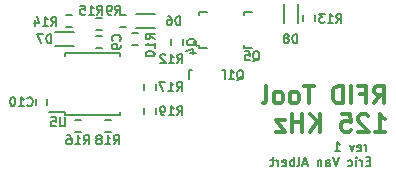
<source format=gbo>
G04 #@! TF.FileFunction,Legend,Bot*
%FSLAX46Y46*%
G04 Gerber Fmt 4.6, Leading zero omitted, Abs format (unit mm)*
G04 Created by KiCad (PCBNEW 4.0.2-stable) date Sun 10 Apr 2016 09:46:26 PM EDT*
%MOMM*%
G01*
G04 APERTURE LIST*
%ADD10C,0.150000*%
%ADD11C,0.130000*%
%ADD12C,0.300000*%
G04 APERTURE END LIST*
D10*
D11*
X217006714Y-149043571D02*
X216752714Y-149043571D01*
X216643857Y-149442714D02*
X217006714Y-149442714D01*
X217006714Y-148680714D01*
X216643857Y-148680714D01*
X216317285Y-149442714D02*
X216317285Y-148934714D01*
X216317285Y-149079857D02*
X216281000Y-149007286D01*
X216244714Y-148971000D01*
X216172143Y-148934714D01*
X216099571Y-148934714D01*
X215845571Y-149442714D02*
X215845571Y-148934714D01*
X215845571Y-148680714D02*
X215881857Y-148717000D01*
X215845571Y-148753286D01*
X215809286Y-148717000D01*
X215845571Y-148680714D01*
X215845571Y-148753286D01*
X215156143Y-149406429D02*
X215228714Y-149442714D01*
X215373857Y-149442714D01*
X215446429Y-149406429D01*
X215482714Y-149370143D01*
X215519000Y-149297571D01*
X215519000Y-149079857D01*
X215482714Y-149007286D01*
X215446429Y-148971000D01*
X215373857Y-148934714D01*
X215228714Y-148934714D01*
X215156143Y-148971000D01*
X214357858Y-148680714D02*
X214103858Y-149442714D01*
X213849858Y-148680714D01*
X213269286Y-149442714D02*
X213269286Y-149043571D01*
X213305572Y-148971000D01*
X213378143Y-148934714D01*
X213523286Y-148934714D01*
X213595857Y-148971000D01*
X213269286Y-149406429D02*
X213341857Y-149442714D01*
X213523286Y-149442714D01*
X213595857Y-149406429D01*
X213632143Y-149333857D01*
X213632143Y-149261286D01*
X213595857Y-149188714D01*
X213523286Y-149152429D01*
X213341857Y-149152429D01*
X213269286Y-149116143D01*
X212906428Y-148934714D02*
X212906428Y-149442714D01*
X212906428Y-149007286D02*
X212870143Y-148971000D01*
X212797571Y-148934714D01*
X212688714Y-148934714D01*
X212616143Y-148971000D01*
X212579857Y-149043571D01*
X212579857Y-149442714D01*
X211672714Y-149225000D02*
X211309857Y-149225000D01*
X211745286Y-149442714D02*
X211491286Y-148680714D01*
X211237286Y-149442714D01*
X210874428Y-149442714D02*
X210947000Y-149406429D01*
X210983285Y-149333857D01*
X210983285Y-148680714D01*
X210584142Y-149442714D02*
X210584142Y-148680714D01*
X210584142Y-148971000D02*
X210511571Y-148934714D01*
X210366428Y-148934714D01*
X210293857Y-148971000D01*
X210257571Y-149007286D01*
X210221285Y-149079857D01*
X210221285Y-149297571D01*
X210257571Y-149370143D01*
X210293857Y-149406429D01*
X210366428Y-149442714D01*
X210511571Y-149442714D01*
X210584142Y-149406429D01*
X209604428Y-149406429D02*
X209676999Y-149442714D01*
X209822142Y-149442714D01*
X209894713Y-149406429D01*
X209930999Y-149333857D01*
X209930999Y-149043571D01*
X209894713Y-148971000D01*
X209822142Y-148934714D01*
X209676999Y-148934714D01*
X209604428Y-148971000D01*
X209568142Y-149043571D01*
X209568142Y-149116143D01*
X209930999Y-149188714D01*
X209241570Y-149442714D02*
X209241570Y-148934714D01*
X209241570Y-149079857D02*
X209205285Y-149007286D01*
X209168999Y-148971000D01*
X209096428Y-148934714D01*
X209023856Y-148934714D01*
X208878714Y-148934714D02*
X208588428Y-148934714D01*
X208769856Y-148680714D02*
X208769856Y-149333857D01*
X208733571Y-149406429D01*
X208660999Y-149442714D01*
X208588428Y-149442714D01*
X216716427Y-148172714D02*
X216716427Y-147664714D01*
X216716427Y-147809857D02*
X216680142Y-147737286D01*
X216643856Y-147701000D01*
X216571285Y-147664714D01*
X216498713Y-147664714D01*
X215954428Y-148136429D02*
X216026999Y-148172714D01*
X216172142Y-148172714D01*
X216244713Y-148136429D01*
X216280999Y-148063857D01*
X216280999Y-147773571D01*
X216244713Y-147701000D01*
X216172142Y-147664714D01*
X216026999Y-147664714D01*
X215954428Y-147701000D01*
X215918142Y-147773571D01*
X215918142Y-147846143D01*
X216280999Y-147918714D01*
X215664142Y-147664714D02*
X215482713Y-148172714D01*
X215301285Y-147664714D01*
X214031286Y-148172714D02*
X214466714Y-148172714D01*
X214249000Y-148172714D02*
X214249000Y-147410714D01*
X214321571Y-147519571D01*
X214394143Y-147592143D01*
X214466714Y-147628429D01*
D12*
X217352714Y-144131571D02*
X217852714Y-143417286D01*
X218209857Y-144131571D02*
X218209857Y-142631571D01*
X217638429Y-142631571D01*
X217495571Y-142703000D01*
X217424143Y-142774429D01*
X217352714Y-142917286D01*
X217352714Y-143131571D01*
X217424143Y-143274429D01*
X217495571Y-143345857D01*
X217638429Y-143417286D01*
X218209857Y-143417286D01*
X216209857Y-143345857D02*
X216709857Y-143345857D01*
X216709857Y-144131571D02*
X216709857Y-142631571D01*
X215995571Y-142631571D01*
X215424143Y-144131571D02*
X215424143Y-142631571D01*
X214709857Y-144131571D02*
X214709857Y-142631571D01*
X214352714Y-142631571D01*
X214138429Y-142703000D01*
X213995571Y-142845857D01*
X213924143Y-142988714D01*
X213852714Y-143274429D01*
X213852714Y-143488714D01*
X213924143Y-143774429D01*
X213995571Y-143917286D01*
X214138429Y-144060143D01*
X214352714Y-144131571D01*
X214709857Y-144131571D01*
X212281286Y-142631571D02*
X211424143Y-142631571D01*
X211852714Y-144131571D02*
X211852714Y-142631571D01*
X210709857Y-144131571D02*
X210852715Y-144060143D01*
X210924143Y-143988714D01*
X210995572Y-143845857D01*
X210995572Y-143417286D01*
X210924143Y-143274429D01*
X210852715Y-143203000D01*
X210709857Y-143131571D01*
X210495572Y-143131571D01*
X210352715Y-143203000D01*
X210281286Y-143274429D01*
X210209857Y-143417286D01*
X210209857Y-143845857D01*
X210281286Y-143988714D01*
X210352715Y-144060143D01*
X210495572Y-144131571D01*
X210709857Y-144131571D01*
X209352714Y-144131571D02*
X209495572Y-144060143D01*
X209567000Y-143988714D01*
X209638429Y-143845857D01*
X209638429Y-143417286D01*
X209567000Y-143274429D01*
X209495572Y-143203000D01*
X209352714Y-143131571D01*
X209138429Y-143131571D01*
X208995572Y-143203000D01*
X208924143Y-143274429D01*
X208852714Y-143417286D01*
X208852714Y-143845857D01*
X208924143Y-143988714D01*
X208995572Y-144060143D01*
X209138429Y-144131571D01*
X209352714Y-144131571D01*
X207995571Y-144131571D02*
X208138429Y-144060143D01*
X208209857Y-143917286D01*
X208209857Y-142631571D01*
X217424143Y-146531571D02*
X218281286Y-146531571D01*
X217852714Y-146531571D02*
X217852714Y-145031571D01*
X217995571Y-145245857D01*
X218138429Y-145388714D01*
X218281286Y-145460143D01*
X216852715Y-145174429D02*
X216781286Y-145103000D01*
X216638429Y-145031571D01*
X216281286Y-145031571D01*
X216138429Y-145103000D01*
X216067000Y-145174429D01*
X215995572Y-145317286D01*
X215995572Y-145460143D01*
X216067000Y-145674429D01*
X216924143Y-146531571D01*
X215995572Y-146531571D01*
X214638429Y-145031571D02*
X215352715Y-145031571D01*
X215424144Y-145745857D01*
X215352715Y-145674429D01*
X215209858Y-145603000D01*
X214852715Y-145603000D01*
X214709858Y-145674429D01*
X214638429Y-145745857D01*
X214567001Y-145888714D01*
X214567001Y-146245857D01*
X214638429Y-146388714D01*
X214709858Y-146460143D01*
X214852715Y-146531571D01*
X215209858Y-146531571D01*
X215352715Y-146460143D01*
X215424144Y-146388714D01*
X212781287Y-146531571D02*
X212781287Y-145031571D01*
X211924144Y-146531571D02*
X212567001Y-145674429D01*
X211924144Y-145031571D02*
X212781287Y-145888714D01*
X211281287Y-146531571D02*
X211281287Y-145031571D01*
X211281287Y-145745857D02*
X210424144Y-145745857D01*
X210424144Y-146531571D02*
X210424144Y-145031571D01*
X209852715Y-145531571D02*
X209067001Y-145531571D01*
X209852715Y-146531571D01*
X209067001Y-146531571D01*
D10*
X191223000Y-145119000D02*
X191223000Y-144894000D01*
X195873000Y-145119000D02*
X195873000Y-144894000D01*
X195873000Y-139869000D02*
X195873000Y-140094000D01*
X191223000Y-139869000D02*
X191223000Y-140094000D01*
X191223000Y-145119000D02*
X195873000Y-145119000D01*
X191223000Y-139869000D02*
X195873000Y-139869000D01*
X191223000Y-144894000D02*
X189873000Y-144894000D01*
X193806000Y-138463000D02*
X194306000Y-138463000D01*
X194306000Y-139413000D02*
X193806000Y-139413000D01*
X188755000Y-144268000D02*
X188755000Y-143768000D01*
X189705000Y-143768000D02*
X189705000Y-144268000D01*
X201900840Y-141335760D02*
X201949100Y-141335760D01*
X204699820Y-142036800D02*
X204699820Y-141335760D01*
X204699820Y-141335760D02*
X204450900Y-141335760D01*
X201900840Y-141335760D02*
X201700180Y-141335760D01*
X201700180Y-141335760D02*
X201700180Y-142036800D01*
X202549760Y-139221160D02*
X202549760Y-139172900D01*
X203250800Y-136422180D02*
X202549760Y-136422180D01*
X202549760Y-136422180D02*
X202549760Y-136671100D01*
X202549760Y-139221160D02*
X202549760Y-139421820D01*
X202549760Y-139421820D02*
X203250800Y-139421820D01*
X206359760Y-139221160D02*
X206359760Y-139172900D01*
X207060800Y-136422180D02*
X206359760Y-136422180D01*
X206359760Y-136422180D02*
X206359760Y-136671100D01*
X206359760Y-139221160D02*
X206359760Y-139421820D01*
X206359760Y-139421820D02*
X207060800Y-139421820D01*
X195838000Y-136635000D02*
X196338000Y-136635000D01*
X196338000Y-137685000D02*
X195838000Y-137685000D01*
X197354000Y-139209000D02*
X196854000Y-139209000D01*
X196854000Y-138159000D02*
X197354000Y-138159000D01*
X201185000Y-138688000D02*
X201185000Y-139188000D01*
X200135000Y-139188000D02*
X200135000Y-138688000D01*
X211311000Y-137156000D02*
X211311000Y-136656000D01*
X212361000Y-136656000D02*
X212361000Y-137156000D01*
X191766000Y-137685000D02*
X191266000Y-137685000D01*
X191266000Y-136635000D02*
X191766000Y-136635000D01*
X193806000Y-136889000D02*
X194306000Y-136889000D01*
X194306000Y-137939000D02*
X193806000Y-137939000D01*
X192028000Y-145525000D02*
X192528000Y-145525000D01*
X192528000Y-146575000D02*
X192028000Y-146575000D01*
X198899000Y-142498000D02*
X198899000Y-142998000D01*
X197849000Y-142998000D02*
X197849000Y-142498000D01*
X195068000Y-146575000D02*
X194568000Y-146575000D01*
X194568000Y-145525000D02*
X195068000Y-145525000D01*
X197849000Y-145030000D02*
X197849000Y-144530000D01*
X198899000Y-144530000D02*
X198899000Y-145030000D01*
X198774000Y-137760000D02*
X197224000Y-137760000D01*
X198774000Y-136560000D02*
X197224000Y-136560000D01*
X191916000Y-139284000D02*
X190366000Y-139284000D01*
X191916000Y-138084000D02*
X190366000Y-138084000D01*
X209712000Y-137306000D02*
X209712000Y-135756000D01*
X210912000Y-137306000D02*
X210912000Y-135756000D01*
D11*
X191207571Y-145315214D02*
X191207571Y-145932071D01*
X191171286Y-146004643D01*
X191135000Y-146040929D01*
X191062429Y-146077214D01*
X190917286Y-146077214D01*
X190844714Y-146040929D01*
X190808429Y-146004643D01*
X190772143Y-145932071D01*
X190772143Y-145315214D01*
X190046428Y-145315214D02*
X190409285Y-145315214D01*
X190445571Y-145678071D01*
X190409285Y-145641786D01*
X190336714Y-145605500D01*
X190155285Y-145605500D01*
X190082714Y-145641786D01*
X190046428Y-145678071D01*
X190010143Y-145750643D01*
X190010143Y-145932071D01*
X190046428Y-146004643D01*
X190082714Y-146040929D01*
X190155285Y-146077214D01*
X190336714Y-146077214D01*
X190409285Y-146040929D01*
X190445571Y-146004643D01*
X195852143Y-138811000D02*
X195888429Y-138774714D01*
X195924714Y-138665857D01*
X195924714Y-138593286D01*
X195888429Y-138484429D01*
X195815857Y-138411857D01*
X195743286Y-138375572D01*
X195598143Y-138339286D01*
X195489286Y-138339286D01*
X195344143Y-138375572D01*
X195271571Y-138411857D01*
X195199000Y-138484429D01*
X195162714Y-138593286D01*
X195162714Y-138665857D01*
X195199000Y-138774714D01*
X195235286Y-138811000D01*
X195924714Y-139173857D02*
X195924714Y-139319000D01*
X195888429Y-139391572D01*
X195852143Y-139427857D01*
X195743286Y-139500429D01*
X195598143Y-139536714D01*
X195307857Y-139536714D01*
X195235286Y-139500429D01*
X195199000Y-139464143D01*
X195162714Y-139391572D01*
X195162714Y-139246429D01*
X195199000Y-139173857D01*
X195235286Y-139137572D01*
X195307857Y-139101286D01*
X195489286Y-139101286D01*
X195561857Y-139137572D01*
X195598143Y-139173857D01*
X195634429Y-139246429D01*
X195634429Y-139391572D01*
X195598143Y-139464143D01*
X195561857Y-139500429D01*
X195489286Y-139536714D01*
X188005357Y-144290143D02*
X188041643Y-144326429D01*
X188150500Y-144362714D01*
X188223071Y-144362714D01*
X188331928Y-144326429D01*
X188404500Y-144253857D01*
X188440785Y-144181286D01*
X188477071Y-144036143D01*
X188477071Y-143927286D01*
X188440785Y-143782143D01*
X188404500Y-143709571D01*
X188331928Y-143637000D01*
X188223071Y-143600714D01*
X188150500Y-143600714D01*
X188041643Y-143637000D01*
X188005357Y-143673286D01*
X187279643Y-144362714D02*
X187715071Y-144362714D01*
X187497357Y-144362714D02*
X187497357Y-143600714D01*
X187569928Y-143709571D01*
X187642500Y-143782143D01*
X187715071Y-143818429D01*
X186807929Y-143600714D02*
X186735357Y-143600714D01*
X186662786Y-143637000D01*
X186626500Y-143673286D01*
X186590214Y-143745857D01*
X186553929Y-143891000D01*
X186553929Y-144072429D01*
X186590214Y-144217571D01*
X186626500Y-144290143D01*
X186662786Y-144326429D01*
X186735357Y-144362714D01*
X186807929Y-144362714D01*
X186880500Y-144326429D01*
X186916786Y-144290143D01*
X186953071Y-144217571D01*
X186989357Y-144072429D01*
X186989357Y-143891000D01*
X186953071Y-143745857D01*
X186916786Y-143673286D01*
X186880500Y-143637000D01*
X186807929Y-143600714D01*
X205749071Y-142149286D02*
X205821643Y-142113000D01*
X205894214Y-142040429D01*
X206003071Y-141931571D01*
X206075643Y-141895286D01*
X206148214Y-141895286D01*
X206111929Y-142076714D02*
X206184500Y-142040429D01*
X206257071Y-141967857D01*
X206293357Y-141822714D01*
X206293357Y-141568714D01*
X206257071Y-141423571D01*
X206184500Y-141351000D01*
X206111929Y-141314714D01*
X205966786Y-141314714D01*
X205894214Y-141351000D01*
X205821643Y-141423571D01*
X205785357Y-141568714D01*
X205785357Y-141822714D01*
X205821643Y-141967857D01*
X205894214Y-142040429D01*
X205966786Y-142076714D01*
X206111929Y-142076714D01*
X205059643Y-142076714D02*
X205495071Y-142076714D01*
X205277357Y-142076714D02*
X205277357Y-141314714D01*
X205349928Y-141423571D01*
X205422500Y-141496143D01*
X205495071Y-141532429D01*
X202347286Y-139246429D02*
X202311000Y-139173857D01*
X202238429Y-139101286D01*
X202129571Y-138992429D01*
X202093286Y-138919857D01*
X202093286Y-138847286D01*
X202274714Y-138883571D02*
X202238429Y-138811000D01*
X202165857Y-138738429D01*
X202020714Y-138702143D01*
X201766714Y-138702143D01*
X201621571Y-138738429D01*
X201549000Y-138811000D01*
X201512714Y-138883571D01*
X201512714Y-139028714D01*
X201549000Y-139101286D01*
X201621571Y-139173857D01*
X201766714Y-139210143D01*
X202020714Y-139210143D01*
X202165857Y-139173857D01*
X202238429Y-139101286D01*
X202274714Y-139028714D01*
X202274714Y-138883571D01*
X201766714Y-139863286D02*
X202274714Y-139863286D01*
X201476429Y-139681857D02*
X202020714Y-139500429D01*
X202020714Y-139972143D01*
X207082571Y-140561786D02*
X207155143Y-140525500D01*
X207227714Y-140452929D01*
X207336571Y-140344071D01*
X207409143Y-140307786D01*
X207481714Y-140307786D01*
X207445429Y-140489214D02*
X207518000Y-140452929D01*
X207590571Y-140380357D01*
X207626857Y-140235214D01*
X207626857Y-139981214D01*
X207590571Y-139836071D01*
X207518000Y-139763500D01*
X207445429Y-139727214D01*
X207300286Y-139727214D01*
X207227714Y-139763500D01*
X207155143Y-139836071D01*
X207118857Y-139981214D01*
X207118857Y-140235214D01*
X207155143Y-140380357D01*
X207227714Y-140452929D01*
X207300286Y-140489214D01*
X207445429Y-140489214D01*
X206429428Y-139727214D02*
X206792285Y-139727214D01*
X206828571Y-140090071D01*
X206792285Y-140053786D01*
X206719714Y-140017500D01*
X206538285Y-140017500D01*
X206465714Y-140053786D01*
X206429428Y-140090071D01*
X206393143Y-140162643D01*
X206393143Y-140344071D01*
X206429428Y-140416643D01*
X206465714Y-140452929D01*
X206538285Y-140489214D01*
X206719714Y-140489214D01*
X206792285Y-140452929D01*
X206828571Y-140416643D01*
X195453000Y-136615714D02*
X195707000Y-136252857D01*
X195888428Y-136615714D02*
X195888428Y-135853714D01*
X195598143Y-135853714D01*
X195525571Y-135890000D01*
X195489286Y-135926286D01*
X195453000Y-135998857D01*
X195453000Y-136107714D01*
X195489286Y-136180286D01*
X195525571Y-136216571D01*
X195598143Y-136252857D01*
X195888428Y-136252857D01*
X195090143Y-136615714D02*
X194945000Y-136615714D01*
X194872428Y-136579429D01*
X194836143Y-136543143D01*
X194763571Y-136434286D01*
X194727286Y-136289143D01*
X194727286Y-135998857D01*
X194763571Y-135926286D01*
X194799857Y-135890000D01*
X194872428Y-135853714D01*
X195017571Y-135853714D01*
X195090143Y-135890000D01*
X195126428Y-135926286D01*
X195162714Y-135998857D01*
X195162714Y-136180286D01*
X195126428Y-136252857D01*
X195090143Y-136289143D01*
X195017571Y-136325429D01*
X194872428Y-136325429D01*
X194799857Y-136289143D01*
X194763571Y-136252857D01*
X194727286Y-136180286D01*
X198782214Y-138702143D02*
X198419357Y-138448143D01*
X198782214Y-138266715D02*
X198020214Y-138266715D01*
X198020214Y-138557000D01*
X198056500Y-138629572D01*
X198092786Y-138665857D01*
X198165357Y-138702143D01*
X198274214Y-138702143D01*
X198346786Y-138665857D01*
X198383071Y-138629572D01*
X198419357Y-138557000D01*
X198419357Y-138266715D01*
X198782214Y-139427857D02*
X198782214Y-138992429D01*
X198782214Y-139210143D02*
X198020214Y-139210143D01*
X198129071Y-139137572D01*
X198201643Y-139065000D01*
X198237929Y-138992429D01*
X198020214Y-139899571D02*
X198020214Y-139972143D01*
X198056500Y-140044714D01*
X198092786Y-140081000D01*
X198165357Y-140117286D01*
X198310500Y-140153571D01*
X198491929Y-140153571D01*
X198637071Y-140117286D01*
X198709643Y-140081000D01*
X198745929Y-140044714D01*
X198782214Y-139972143D01*
X198782214Y-139899571D01*
X198745929Y-139827000D01*
X198709643Y-139790714D01*
X198637071Y-139754429D01*
X198491929Y-139718143D01*
X198310500Y-139718143D01*
X198165357Y-139754429D01*
X198092786Y-139790714D01*
X198056500Y-139827000D01*
X198020214Y-139899571D01*
X200705357Y-140743214D02*
X200959357Y-140380357D01*
X201140785Y-140743214D02*
X201140785Y-139981214D01*
X200850500Y-139981214D01*
X200777928Y-140017500D01*
X200741643Y-140053786D01*
X200705357Y-140126357D01*
X200705357Y-140235214D01*
X200741643Y-140307786D01*
X200777928Y-140344071D01*
X200850500Y-140380357D01*
X201140785Y-140380357D01*
X199979643Y-140743214D02*
X200415071Y-140743214D01*
X200197357Y-140743214D02*
X200197357Y-139981214D01*
X200269928Y-140090071D01*
X200342500Y-140162643D01*
X200415071Y-140198929D01*
X199689357Y-140053786D02*
X199653071Y-140017500D01*
X199580500Y-139981214D01*
X199399071Y-139981214D01*
X199326500Y-140017500D01*
X199290214Y-140053786D01*
X199253929Y-140126357D01*
X199253929Y-140198929D01*
X199290214Y-140307786D01*
X199725643Y-140743214D01*
X199253929Y-140743214D01*
X214167357Y-137314214D02*
X214421357Y-136951357D01*
X214602785Y-137314214D02*
X214602785Y-136552214D01*
X214312500Y-136552214D01*
X214239928Y-136588500D01*
X214203643Y-136624786D01*
X214167357Y-136697357D01*
X214167357Y-136806214D01*
X214203643Y-136878786D01*
X214239928Y-136915071D01*
X214312500Y-136951357D01*
X214602785Y-136951357D01*
X213441643Y-137314214D02*
X213877071Y-137314214D01*
X213659357Y-137314214D02*
X213659357Y-136552214D01*
X213731928Y-136661071D01*
X213804500Y-136733643D01*
X213877071Y-136769929D01*
X213187643Y-136552214D02*
X212715929Y-136552214D01*
X212969929Y-136842500D01*
X212861071Y-136842500D01*
X212788500Y-136878786D01*
X212752214Y-136915071D01*
X212715929Y-136987643D01*
X212715929Y-137169071D01*
X212752214Y-137241643D01*
X212788500Y-137277929D01*
X212861071Y-137314214D01*
X213078786Y-137314214D01*
X213151357Y-137277929D01*
X213187643Y-137241643D01*
X190037357Y-137568214D02*
X190291357Y-137205357D01*
X190472785Y-137568214D02*
X190472785Y-136806214D01*
X190182500Y-136806214D01*
X190109928Y-136842500D01*
X190073643Y-136878786D01*
X190037357Y-136951357D01*
X190037357Y-137060214D01*
X190073643Y-137132786D01*
X190109928Y-137169071D01*
X190182500Y-137205357D01*
X190472785Y-137205357D01*
X189311643Y-137568214D02*
X189747071Y-137568214D01*
X189529357Y-137568214D02*
X189529357Y-136806214D01*
X189601928Y-136915071D01*
X189674500Y-136987643D01*
X189747071Y-137023929D01*
X188658500Y-137060214D02*
X188658500Y-137568214D01*
X188839929Y-136769929D02*
X189021357Y-137314214D01*
X188549643Y-137314214D01*
X193910857Y-136615714D02*
X194164857Y-136252857D01*
X194346285Y-136615714D02*
X194346285Y-135853714D01*
X194056000Y-135853714D01*
X193983428Y-135890000D01*
X193947143Y-135926286D01*
X193910857Y-135998857D01*
X193910857Y-136107714D01*
X193947143Y-136180286D01*
X193983428Y-136216571D01*
X194056000Y-136252857D01*
X194346285Y-136252857D01*
X193185143Y-136615714D02*
X193620571Y-136615714D01*
X193402857Y-136615714D02*
X193402857Y-135853714D01*
X193475428Y-135962571D01*
X193548000Y-136035143D01*
X193620571Y-136071429D01*
X192495714Y-135853714D02*
X192858571Y-135853714D01*
X192894857Y-136216571D01*
X192858571Y-136180286D01*
X192786000Y-136144000D01*
X192604571Y-136144000D01*
X192532000Y-136180286D01*
X192495714Y-136216571D01*
X192459429Y-136289143D01*
X192459429Y-136470571D01*
X192495714Y-136543143D01*
X192532000Y-136579429D01*
X192604571Y-136615714D01*
X192786000Y-136615714D01*
X192858571Y-136579429D01*
X192894857Y-136543143D01*
X192767857Y-147601214D02*
X193021857Y-147238357D01*
X193203285Y-147601214D02*
X193203285Y-146839214D01*
X192913000Y-146839214D01*
X192840428Y-146875500D01*
X192804143Y-146911786D01*
X192767857Y-146984357D01*
X192767857Y-147093214D01*
X192804143Y-147165786D01*
X192840428Y-147202071D01*
X192913000Y-147238357D01*
X193203285Y-147238357D01*
X192042143Y-147601214D02*
X192477571Y-147601214D01*
X192259857Y-147601214D02*
X192259857Y-146839214D01*
X192332428Y-146948071D01*
X192405000Y-147020643D01*
X192477571Y-147056929D01*
X191389000Y-146839214D02*
X191534143Y-146839214D01*
X191606714Y-146875500D01*
X191643000Y-146911786D01*
X191715571Y-147020643D01*
X191751857Y-147165786D01*
X191751857Y-147456071D01*
X191715571Y-147528643D01*
X191679286Y-147564929D01*
X191606714Y-147601214D01*
X191461571Y-147601214D01*
X191389000Y-147564929D01*
X191352714Y-147528643D01*
X191316429Y-147456071D01*
X191316429Y-147274643D01*
X191352714Y-147202071D01*
X191389000Y-147165786D01*
X191461571Y-147129500D01*
X191606714Y-147129500D01*
X191679286Y-147165786D01*
X191715571Y-147202071D01*
X191751857Y-147274643D01*
X200641857Y-143092714D02*
X200895857Y-142729857D01*
X201077285Y-143092714D02*
X201077285Y-142330714D01*
X200787000Y-142330714D01*
X200714428Y-142367000D01*
X200678143Y-142403286D01*
X200641857Y-142475857D01*
X200641857Y-142584714D01*
X200678143Y-142657286D01*
X200714428Y-142693571D01*
X200787000Y-142729857D01*
X201077285Y-142729857D01*
X199916143Y-143092714D02*
X200351571Y-143092714D01*
X200133857Y-143092714D02*
X200133857Y-142330714D01*
X200206428Y-142439571D01*
X200279000Y-142512143D01*
X200351571Y-142548429D01*
X199662143Y-142330714D02*
X199154143Y-142330714D01*
X199480714Y-143092714D01*
X195307857Y-147601214D02*
X195561857Y-147238357D01*
X195743285Y-147601214D02*
X195743285Y-146839214D01*
X195453000Y-146839214D01*
X195380428Y-146875500D01*
X195344143Y-146911786D01*
X195307857Y-146984357D01*
X195307857Y-147093214D01*
X195344143Y-147165786D01*
X195380428Y-147202071D01*
X195453000Y-147238357D01*
X195743285Y-147238357D01*
X194582143Y-147601214D02*
X195017571Y-147601214D01*
X194799857Y-147601214D02*
X194799857Y-146839214D01*
X194872428Y-146948071D01*
X194945000Y-147020643D01*
X195017571Y-147056929D01*
X194146714Y-147165786D02*
X194219286Y-147129500D01*
X194255571Y-147093214D01*
X194291857Y-147020643D01*
X194291857Y-146984357D01*
X194255571Y-146911786D01*
X194219286Y-146875500D01*
X194146714Y-146839214D01*
X194001571Y-146839214D01*
X193929000Y-146875500D01*
X193892714Y-146911786D01*
X193856429Y-146984357D01*
X193856429Y-147020643D01*
X193892714Y-147093214D01*
X193929000Y-147129500D01*
X194001571Y-147165786D01*
X194146714Y-147165786D01*
X194219286Y-147202071D01*
X194255571Y-147238357D01*
X194291857Y-147310929D01*
X194291857Y-147456071D01*
X194255571Y-147528643D01*
X194219286Y-147564929D01*
X194146714Y-147601214D01*
X194001571Y-147601214D01*
X193929000Y-147564929D01*
X193892714Y-147528643D01*
X193856429Y-147456071D01*
X193856429Y-147310929D01*
X193892714Y-147238357D01*
X193929000Y-147202071D01*
X194001571Y-147165786D01*
X200705357Y-145124714D02*
X200959357Y-144761857D01*
X201140785Y-145124714D02*
X201140785Y-144362714D01*
X200850500Y-144362714D01*
X200777928Y-144399000D01*
X200741643Y-144435286D01*
X200705357Y-144507857D01*
X200705357Y-144616714D01*
X200741643Y-144689286D01*
X200777928Y-144725571D01*
X200850500Y-144761857D01*
X201140785Y-144761857D01*
X199979643Y-145124714D02*
X200415071Y-145124714D01*
X200197357Y-145124714D02*
X200197357Y-144362714D01*
X200269928Y-144471571D01*
X200342500Y-144544143D01*
X200415071Y-144580429D01*
X199616786Y-145124714D02*
X199471643Y-145124714D01*
X199399071Y-145088429D01*
X199362786Y-145052143D01*
X199290214Y-144943286D01*
X199253929Y-144798143D01*
X199253929Y-144507857D01*
X199290214Y-144435286D01*
X199326500Y-144399000D01*
X199399071Y-144362714D01*
X199544214Y-144362714D01*
X199616786Y-144399000D01*
X199653071Y-144435286D01*
X199689357Y-144507857D01*
X199689357Y-144689286D01*
X199653071Y-144761857D01*
X199616786Y-144798143D01*
X199544214Y-144834429D01*
X199399071Y-144834429D01*
X199326500Y-144798143D01*
X199290214Y-144761857D01*
X199253929Y-144689286D01*
X200968428Y-137504714D02*
X200968428Y-136742714D01*
X200787000Y-136742714D01*
X200678143Y-136779000D01*
X200605571Y-136851571D01*
X200569286Y-136924143D01*
X200533000Y-137069286D01*
X200533000Y-137178143D01*
X200569286Y-137323286D01*
X200605571Y-137395857D01*
X200678143Y-137468429D01*
X200787000Y-137504714D01*
X200968428Y-137504714D01*
X199879857Y-136742714D02*
X200025000Y-136742714D01*
X200097571Y-136779000D01*
X200133857Y-136815286D01*
X200206428Y-136924143D01*
X200242714Y-137069286D01*
X200242714Y-137359571D01*
X200206428Y-137432143D01*
X200170143Y-137468429D01*
X200097571Y-137504714D01*
X199952428Y-137504714D01*
X199879857Y-137468429D01*
X199843571Y-137432143D01*
X199807286Y-137359571D01*
X199807286Y-137178143D01*
X199843571Y-137105571D01*
X199879857Y-137069286D01*
X199952428Y-137033000D01*
X200097571Y-137033000D01*
X200170143Y-137069286D01*
X200206428Y-137105571D01*
X200242714Y-137178143D01*
X190046428Y-139028714D02*
X190046428Y-138266714D01*
X189865000Y-138266714D01*
X189756143Y-138303000D01*
X189683571Y-138375571D01*
X189647286Y-138448143D01*
X189611000Y-138593286D01*
X189611000Y-138702143D01*
X189647286Y-138847286D01*
X189683571Y-138919857D01*
X189756143Y-138992429D01*
X189865000Y-139028714D01*
X190046428Y-139028714D01*
X189357000Y-138266714D02*
X188849000Y-138266714D01*
X189175571Y-139028714D01*
X210874428Y-139028714D02*
X210874428Y-138266714D01*
X210693000Y-138266714D01*
X210584143Y-138303000D01*
X210511571Y-138375571D01*
X210475286Y-138448143D01*
X210439000Y-138593286D01*
X210439000Y-138702143D01*
X210475286Y-138847286D01*
X210511571Y-138919857D01*
X210584143Y-138992429D01*
X210693000Y-139028714D01*
X210874428Y-139028714D01*
X210003571Y-138593286D02*
X210076143Y-138557000D01*
X210112428Y-138520714D01*
X210148714Y-138448143D01*
X210148714Y-138411857D01*
X210112428Y-138339286D01*
X210076143Y-138303000D01*
X210003571Y-138266714D01*
X209858428Y-138266714D01*
X209785857Y-138303000D01*
X209749571Y-138339286D01*
X209713286Y-138411857D01*
X209713286Y-138448143D01*
X209749571Y-138520714D01*
X209785857Y-138557000D01*
X209858428Y-138593286D01*
X210003571Y-138593286D01*
X210076143Y-138629571D01*
X210112428Y-138665857D01*
X210148714Y-138738429D01*
X210148714Y-138883571D01*
X210112428Y-138956143D01*
X210076143Y-138992429D01*
X210003571Y-139028714D01*
X209858428Y-139028714D01*
X209785857Y-138992429D01*
X209749571Y-138956143D01*
X209713286Y-138883571D01*
X209713286Y-138738429D01*
X209749571Y-138665857D01*
X209785857Y-138629571D01*
X209858428Y-138593286D01*
M02*

</source>
